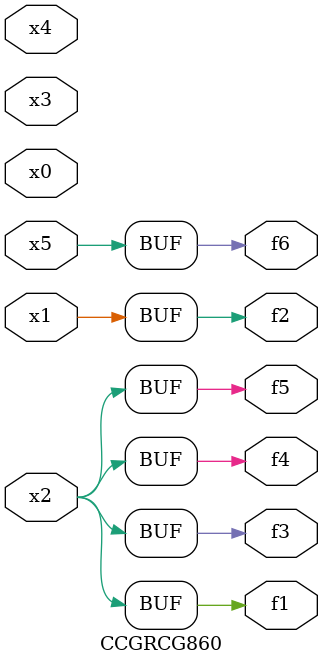
<source format=v>
module CCGRCG860(
	input x0, x1, x2, x3, x4, x5,
	output f1, f2, f3, f4, f5, f6
);
	assign f1 = x2;
	assign f2 = x1;
	assign f3 = x2;
	assign f4 = x2;
	assign f5 = x2;
	assign f6 = x5;
endmodule

</source>
